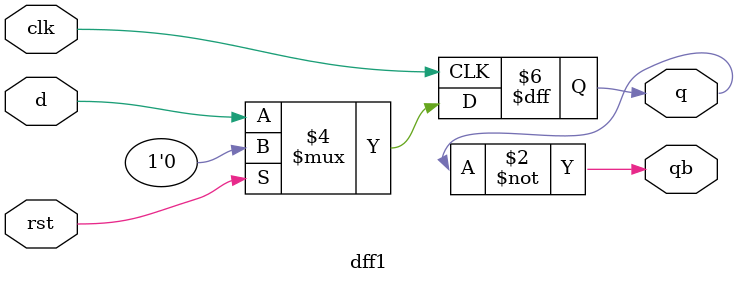
<source format=v>
`timescale 1ns / 1ps

// Create Date: 24.02.2023 10:28:11
// Design Name: 
// Module Name: dff1
// Project Name: 
// Target Devices: 
// Tool Versions: 
// Description: 
// 
// Dependencies: 
// 
// Revision:
// Revision 0.01 - File Created
// Additional Comments:
// 
//////////////////////////////////////////////////////////////////////////////////


module dff1(d,clk,rst,q,qb
    );
    input d,clk,rst;
    output q,qb;
    reg q;
    always @ (posedge clk)
    begin
    if(rst)
    q<=1'b0;
    else
    q<=d;
    end
    assign qb=~q;
endmodule

</source>
